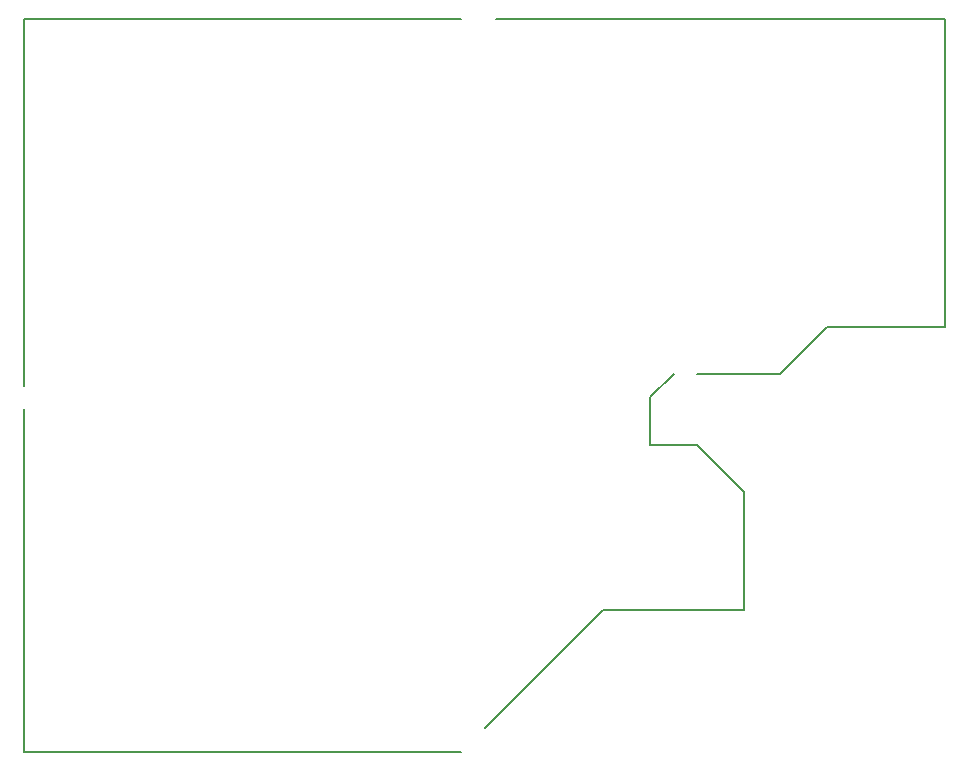
<source format=gbr>
G04 #@! TF.GenerationSoftware,KiCad,Pcbnew,(5.0.1)-4*
G04 #@! TF.CreationDate,2019-08-11T16:43:12+02:00*
G04 #@! TF.ProjectId,Portier_connecte,506F72746965725F636F6E6E65637465,rev?*
G04 #@! TF.SameCoordinates,PX93d1cc0PY754d4c0*
G04 #@! TF.FileFunction,Profile,NP*
%FSLAX46Y46*%
G04 Gerber Fmt 4.6, Leading zero omitted, Abs format (unit mm)*
G04 Created by KiCad (PCBNEW (5.0.1)-4) date 11/08/2019 16:43:12*
%MOMM*%
%LPD*%
G01*
G04 APERTURE LIST*
%ADD10C,0.150000*%
G04 APERTURE END LIST*
D10*
X-17000000Y22000000D02*
X-21000000Y26000000D01*
X-38000000Y62000000D02*
X0Y62000000D01*
X-78000000Y31000000D02*
X-78000000Y62000000D01*
X-78000000Y0D02*
X-78000000Y29000000D01*
X-41000000Y0D02*
X-78000000Y0D01*
X-29000000Y12000000D02*
X-39000000Y2000000D01*
X-17000000Y12000000D02*
X-29000000Y12000000D01*
X-17000000Y22000000D02*
X-17000000Y12000000D01*
X-25000000Y26000000D02*
X-21000000Y26000000D01*
X-25000000Y30000000D02*
X-25000000Y26000000D01*
X-23000000Y32000000D02*
X-25000000Y30000000D01*
X-14000000Y32000000D02*
X-21000000Y32000000D01*
X-10000000Y36000000D02*
X-14000000Y32000000D01*
X0Y36000000D02*
X-10000000Y36000000D01*
X0Y62000000D02*
X0Y36000000D01*
X-78000000Y62000000D02*
X-41000000Y62000000D01*
M02*

</source>
